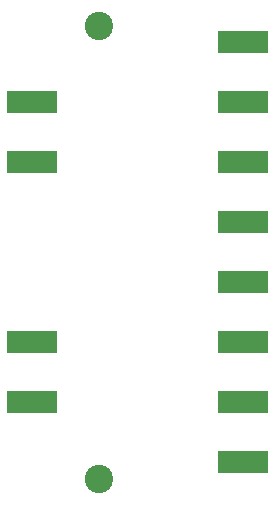
<source format=gbs>
G04*
G04 #@! TF.GenerationSoftware,Altium Limited,Altium Designer,24.4.1 (13)*
G04*
G04 Layer_Color=16711935*
%FSLAX25Y25*%
%MOIN*%
G70*
G04*
G04 #@! TF.SameCoordinates,E101684F-62CE-472E-B8B6-B79B7EA84F3C*
G04*
G04*
G04 #@! TF.FilePolarity,Negative*
G04*
G01*
G75*
%ADD15R,0.16800X0.07800*%
%ADD21C,0.09461*%
D15*
X8950Y58000D02*
D03*
Y38000D02*
D03*
X79450Y58000D02*
D03*
Y78000D02*
D03*
Y98000D02*
D03*
Y118000D02*
D03*
Y138000D02*
D03*
Y158000D02*
D03*
X8950Y138000D02*
D03*
Y118000D02*
D03*
X79450Y18000D02*
D03*
Y38000D02*
D03*
D21*
X31291Y12500D02*
D03*
Y163500D02*
D03*
M02*

</source>
